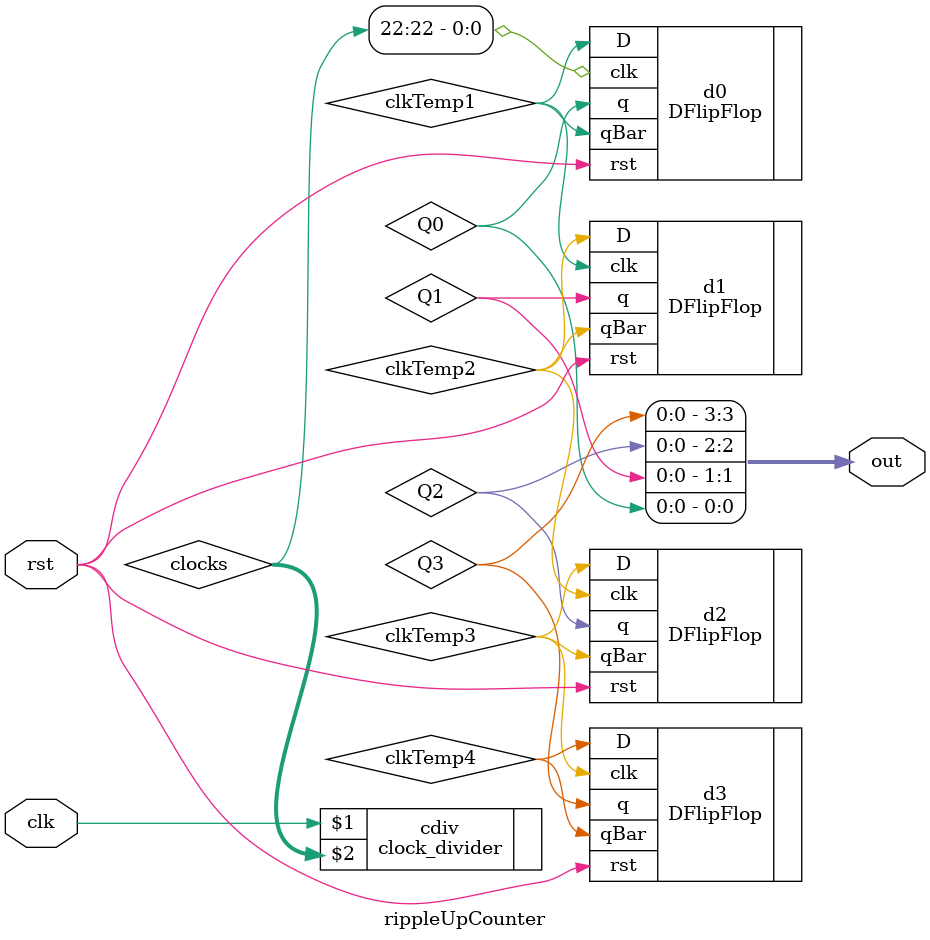
<source format=sv>
/*
	Ripple-up counter module

	Authors: William Li, Dawn Liang, Jun Park
	Date: 16 Oct 2016
*/
module rippleUpCounter(out, clk, rst);
	// declare inputs/outputs, wires
	output logic [3:0] out;
	input logic clk, rst;
	logic Q0, Q1, Q2, Q3, clkTemp1, clkTemp2, clkTemp3, clkTemp4;
	
	// clock
	logic [31:0] clocks;
	parameter WHICH_CLOCK = 22; // choose clock speed
	clock_divider cdiv (clk, clocks);
	
	// connect Dffs
	DFlipFlop d0(.q(Q0), .qBar(clkTemp1), .D(clkTemp1), .clk(clocks[WHICH_CLOCK]), .rst(rst));
	DFlipFlop d1(.q(Q1), .qBar(clkTemp2), .D(clkTemp2), .clk(clkTemp1), .rst(rst));
	DFlipFlop d2(.q(Q2), .qBar(clkTemp3), .D(clkTemp3), .clk(clkTemp2), .rst(rst));
	DFlipFlop d3(.q(Q3), .qBar(clkTemp4), .D(clkTemp4), .clk(clkTemp3), .rst(rst));
	
	// output logic
	assign out = {Q3,Q2,Q1,Q0}; //not {Q0, Q1, Q2, Q3};
endmodule
</source>
